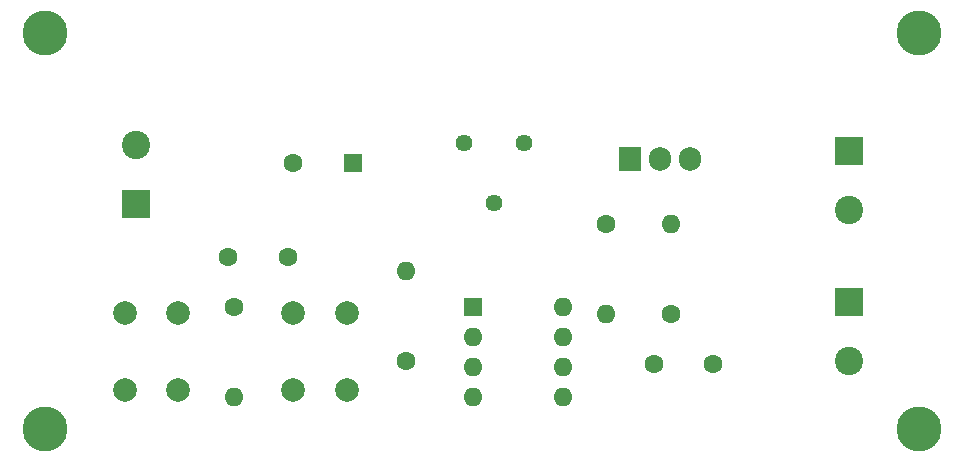
<source format=gbr>
%TF.GenerationSoftware,KiCad,Pcbnew,(6.0.8)*%
%TF.CreationDate,2022-12-14T21:59:04-06:00*%
%TF.ProjectId,Closet Light with timmer,436c6f73-6574-4204-9c69-676874207769,rev?*%
%TF.SameCoordinates,Original*%
%TF.FileFunction,Soldermask,Bot*%
%TF.FilePolarity,Negative*%
%FSLAX46Y46*%
G04 Gerber Fmt 4.6, Leading zero omitted, Abs format (unit mm)*
G04 Created by KiCad (PCBNEW (6.0.8)) date 2022-12-14 21:59:04*
%MOMM*%
%LPD*%
G01*
G04 APERTURE LIST*
%ADD10C,2.000000*%
%ADD11R,2.400000X2.400000*%
%ADD12C,2.400000*%
%ADD13R,1.905000X2.000000*%
%ADD14O,1.905000X2.000000*%
%ADD15R,1.600000X1.600000*%
%ADD16O,1.600000X1.600000*%
%ADD17C,1.600000*%
%ADD18C,2.600000*%
%ADD19C,3.800000*%
%ADD20C,1.440000*%
G04 APERTURE END LIST*
D10*
%TO.C,SW2*%
X39750000Y-55250000D03*
X39750000Y-48750000D03*
X44250000Y-48750000D03*
X44250000Y-55250000D03*
%TD*%
D11*
%TO.C,J1*%
X40700000Y-39500000D03*
D12*
X40700000Y-34500000D03*
%TD*%
D13*
%TO.C,Q1*%
X82460000Y-35695000D03*
D14*
X85000000Y-35695000D03*
X87540000Y-35695000D03*
%TD*%
D15*
%TO.C,U1*%
X69200000Y-48200000D03*
D16*
X69200000Y-50740000D03*
X69200000Y-53280000D03*
X69200000Y-55820000D03*
X76820000Y-55820000D03*
X76820000Y-53280000D03*
X76820000Y-50740000D03*
X76820000Y-48200000D03*
%TD*%
D17*
%TO.C,R5*%
X86000000Y-48810000D03*
D16*
X86000000Y-41190000D03*
%TD*%
D17*
%TO.C,C2*%
X89500000Y-53000000D03*
X84500000Y-53000000D03*
%TD*%
D11*
%TO.C,J2*%
X101000000Y-35000000D03*
D12*
X101000000Y-40000000D03*
%TD*%
D18*
%TO.C,H3*%
X107000000Y-25000000D03*
D19*
X107000000Y-25000000D03*
%TD*%
D18*
%TO.C,H1*%
X107000000Y-58500000D03*
D19*
X107000000Y-58500000D03*
%TD*%
D17*
%TO.C,R2*%
X49000000Y-48190000D03*
D16*
X49000000Y-55810000D03*
%TD*%
D17*
%TO.C,C1*%
X48500000Y-44000000D03*
X53500000Y-44000000D03*
%TD*%
D10*
%TO.C,SW1*%
X54000000Y-55250000D03*
X54000000Y-48750000D03*
X58500000Y-55250000D03*
X58500000Y-48750000D03*
%TD*%
D20*
%TO.C,RV1*%
X68460000Y-34345000D03*
X71000000Y-39425000D03*
X73540000Y-34345000D03*
%TD*%
D18*
%TO.C,H4*%
X33000000Y-58500000D03*
D19*
X33000000Y-58500000D03*
%TD*%
D17*
%TO.C,R4*%
X80500000Y-41190000D03*
D16*
X80500000Y-48810000D03*
%TD*%
D15*
%TO.C,C3*%
X59000000Y-36000000D03*
D17*
X54000000Y-36000000D03*
%TD*%
D18*
%TO.C,H2*%
X33000000Y-25000000D03*
D19*
X33000000Y-25000000D03*
%TD*%
D11*
%TO.C,J3*%
X101050000Y-47750000D03*
D12*
X101050000Y-52750000D03*
%TD*%
D17*
%TO.C,R1*%
X63500000Y-52810000D03*
D16*
X63500000Y-45190000D03*
%TD*%
M02*

</source>
